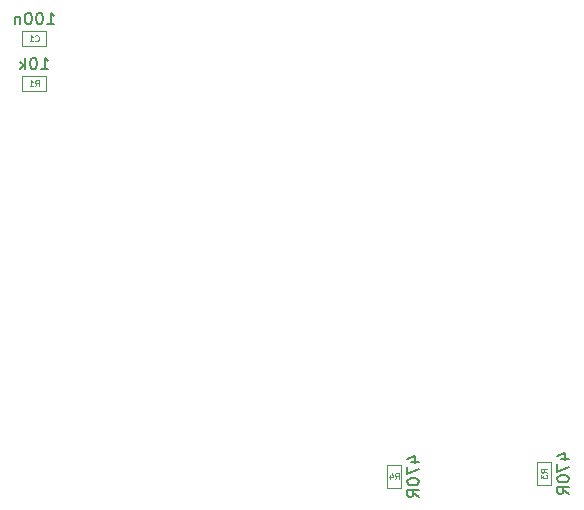
<source format=gbr>
%TF.GenerationSoftware,KiCad,Pcbnew,5.1.5-1.fc31*%
%TF.CreationDate,2020-04-02T16:35:23+02:00*%
%TF.ProjectId,avrisp-mkII-clone,61767269-7370-42d6-9d6b-49492d636c6f,1.0*%
%TF.SameCoordinates,PX54c81a0PY82ce540*%
%TF.FileFunction,Other,Fab,Bot*%
%FSLAX46Y46*%
G04 Gerber Fmt 4.6, Leading zero omitted, Abs format (unit mm)*
G04 Created by KiCad (PCBNEW 5.1.5-1.fc31) date 2020-04-02 16:35:23*
%MOMM*%
%LPD*%
G04 APERTURE LIST*
%ADD10C,0.100000*%
%ADD11C,0.150000*%
%ADD12C,0.080000*%
G04 APERTURE END LIST*
D10*
%TO.C,C1*%
X21320000Y48860000D02*
X19320000Y48860000D01*
X21320000Y47660000D02*
X21320000Y48860000D01*
X19320000Y47660000D02*
X21320000Y47660000D01*
X19320000Y48860000D02*
X19320000Y47660000D01*
%TO.C,R1*%
X19320000Y45050000D02*
X19320000Y43850000D01*
X19320000Y43850000D02*
X21320000Y43850000D01*
X21320000Y43850000D02*
X21320000Y45050000D01*
X21320000Y45050000D02*
X19320000Y45050000D01*
%TO.C,R3*%
X64100000Y10430000D02*
X64100000Y12430000D01*
X62900000Y10430000D02*
X64100000Y10430000D01*
X62900000Y12430000D02*
X62900000Y10430000D01*
X64100000Y12430000D02*
X62900000Y12430000D01*
%TO.C,R4*%
X51400000Y12185000D02*
X50200000Y12185000D01*
X50200000Y12185000D02*
X50200000Y10185000D01*
X50200000Y10185000D02*
X51400000Y10185000D01*
X51400000Y10185000D02*
X51400000Y12185000D01*
%TD*%
%TO.C,C1*%
D11*
X21439047Y49457620D02*
X22010476Y49457620D01*
X21724761Y49457620D02*
X21724761Y50457620D01*
X21819999Y50314762D01*
X21915238Y50219524D01*
X22010476Y50171905D01*
X20819999Y50457620D02*
X20724761Y50457620D01*
X20629523Y50410000D01*
X20581904Y50362381D01*
X20534285Y50267143D01*
X20486666Y50076667D01*
X20486666Y49838572D01*
X20534285Y49648096D01*
X20581904Y49552858D01*
X20629523Y49505239D01*
X20724761Y49457620D01*
X20819999Y49457620D01*
X20915238Y49505239D01*
X20962857Y49552858D01*
X21010476Y49648096D01*
X21058095Y49838572D01*
X21058095Y50076667D01*
X21010476Y50267143D01*
X20962857Y50362381D01*
X20915238Y50410000D01*
X20819999Y50457620D01*
X19867619Y50457620D02*
X19772380Y50457620D01*
X19677142Y50410000D01*
X19629523Y50362381D01*
X19581904Y50267143D01*
X19534285Y50076667D01*
X19534285Y49838572D01*
X19581904Y49648096D01*
X19629523Y49552858D01*
X19677142Y49505239D01*
X19772380Y49457620D01*
X19867619Y49457620D01*
X19962857Y49505239D01*
X20010476Y49552858D01*
X20058095Y49648096D01*
X20105714Y49838572D01*
X20105714Y50076667D01*
X20058095Y50267143D01*
X20010476Y50362381D01*
X19962857Y50410000D01*
X19867619Y50457620D01*
X19105714Y50124286D02*
X19105714Y49457620D01*
X19105714Y50029048D02*
X19058095Y50076667D01*
X18962857Y50124286D01*
X18819999Y50124286D01*
X18724761Y50076667D01*
X18677142Y49981429D01*
X18677142Y49457620D01*
D12*
X20403333Y48081429D02*
X20427142Y48057620D01*
X20498571Y48033810D01*
X20546190Y48033810D01*
X20617619Y48057620D01*
X20665238Y48105239D01*
X20689047Y48152858D01*
X20712857Y48248096D01*
X20712857Y48319524D01*
X20689047Y48414762D01*
X20665238Y48462381D01*
X20617619Y48510000D01*
X20546190Y48533810D01*
X20498571Y48533810D01*
X20427142Y48510000D01*
X20403333Y48486191D01*
X19927142Y48033810D02*
X20212857Y48033810D01*
X20070000Y48033810D02*
X20070000Y48533810D01*
X20117619Y48462381D01*
X20165238Y48414762D01*
X20212857Y48390953D01*
%TO.C,R1*%
D11*
X20915238Y45647620D02*
X21486666Y45647620D01*
X21200952Y45647620D02*
X21200952Y46647620D01*
X21296190Y46504762D01*
X21391428Y46409524D01*
X21486666Y46361905D01*
X20296190Y46647620D02*
X20200952Y46647620D01*
X20105714Y46600000D01*
X20058095Y46552381D01*
X20010476Y46457143D01*
X19962857Y46266667D01*
X19962857Y46028572D01*
X20010476Y45838096D01*
X20058095Y45742858D01*
X20105714Y45695239D01*
X20200952Y45647620D01*
X20296190Y45647620D01*
X20391428Y45695239D01*
X20439047Y45742858D01*
X20486666Y45838096D01*
X20534285Y46028572D01*
X20534285Y46266667D01*
X20486666Y46457143D01*
X20439047Y46552381D01*
X20391428Y46600000D01*
X20296190Y46647620D01*
X19534285Y45647620D02*
X19534285Y46647620D01*
X19439047Y46028572D02*
X19153333Y45647620D01*
X19153333Y46314286D02*
X19534285Y45933334D01*
D12*
X20403333Y44223810D02*
X20570000Y44461905D01*
X20689047Y44223810D02*
X20689047Y44723810D01*
X20498571Y44723810D01*
X20450952Y44700000D01*
X20427142Y44676191D01*
X20403333Y44628572D01*
X20403333Y44557143D01*
X20427142Y44509524D01*
X20450952Y44485715D01*
X20498571Y44461905D01*
X20689047Y44461905D01*
X19927142Y44223810D02*
X20212857Y44223810D01*
X20070000Y44223810D02*
X20070000Y44723810D01*
X20117619Y44652381D01*
X20165238Y44604762D01*
X20212857Y44580953D01*
%TO.C,R3*%
D11*
X64935714Y12691905D02*
X65602380Y12691905D01*
X64554761Y12930000D02*
X65269047Y13168096D01*
X65269047Y12549048D01*
X64602380Y12263334D02*
X64602380Y11596667D01*
X65602380Y12025239D01*
X64602380Y11025239D02*
X64602380Y10930000D01*
X64650000Y10834762D01*
X64697619Y10787143D01*
X64792857Y10739524D01*
X64983333Y10691905D01*
X65221428Y10691905D01*
X65411904Y10739524D01*
X65507142Y10787143D01*
X65554761Y10834762D01*
X65602380Y10930000D01*
X65602380Y11025239D01*
X65554761Y11120477D01*
X65507142Y11168096D01*
X65411904Y11215715D01*
X65221428Y11263334D01*
X64983333Y11263334D01*
X64792857Y11215715D01*
X64697619Y11168096D01*
X64650000Y11120477D01*
X64602380Y11025239D01*
X65602380Y9691905D02*
X65126190Y10025239D01*
X65602380Y10263334D02*
X64602380Y10263334D01*
X64602380Y9882381D01*
X64650000Y9787143D01*
X64697619Y9739524D01*
X64792857Y9691905D01*
X64935714Y9691905D01*
X65030952Y9739524D01*
X65078571Y9787143D01*
X65126190Y9882381D01*
X65126190Y10263334D01*
D12*
X63726190Y11513334D02*
X63488095Y11680000D01*
X63726190Y11799048D02*
X63226190Y11799048D01*
X63226190Y11608572D01*
X63250000Y11560953D01*
X63273809Y11537143D01*
X63321428Y11513334D01*
X63392857Y11513334D01*
X63440476Y11537143D01*
X63464285Y11560953D01*
X63488095Y11608572D01*
X63488095Y11799048D01*
X63226190Y11346667D02*
X63226190Y11037143D01*
X63416666Y11203810D01*
X63416666Y11132381D01*
X63440476Y11084762D01*
X63464285Y11060953D01*
X63511904Y11037143D01*
X63630952Y11037143D01*
X63678571Y11060953D01*
X63702380Y11084762D01*
X63726190Y11132381D01*
X63726190Y11275239D01*
X63702380Y11322858D01*
X63678571Y11346667D01*
%TO.C,R4*%
D11*
X52235714Y12446905D02*
X52902380Y12446905D01*
X51854761Y12685000D02*
X52569047Y12923096D01*
X52569047Y12304048D01*
X51902380Y12018334D02*
X51902380Y11351667D01*
X52902380Y11780239D01*
X51902380Y10780239D02*
X51902380Y10685000D01*
X51950000Y10589762D01*
X51997619Y10542143D01*
X52092857Y10494524D01*
X52283333Y10446905D01*
X52521428Y10446905D01*
X52711904Y10494524D01*
X52807142Y10542143D01*
X52854761Y10589762D01*
X52902380Y10685000D01*
X52902380Y10780239D01*
X52854761Y10875477D01*
X52807142Y10923096D01*
X52711904Y10970715D01*
X52521428Y11018334D01*
X52283333Y11018334D01*
X52092857Y10970715D01*
X51997619Y10923096D01*
X51950000Y10875477D01*
X51902380Y10780239D01*
X52902380Y9446905D02*
X52426190Y9780239D01*
X52902380Y10018334D02*
X51902380Y10018334D01*
X51902380Y9637381D01*
X51950000Y9542143D01*
X51997619Y9494524D01*
X52092857Y9446905D01*
X52235714Y9446905D01*
X52330952Y9494524D01*
X52378571Y9542143D01*
X52426190Y9637381D01*
X52426190Y10018334D01*
D12*
X50883333Y10958810D02*
X51050000Y11196905D01*
X51169047Y10958810D02*
X51169047Y11458810D01*
X50978571Y11458810D01*
X50930952Y11435000D01*
X50907142Y11411191D01*
X50883333Y11363572D01*
X50883333Y11292143D01*
X50907142Y11244524D01*
X50930952Y11220715D01*
X50978571Y11196905D01*
X51169047Y11196905D01*
X50454761Y11292143D02*
X50454761Y10958810D01*
X50573809Y11482620D02*
X50692857Y11125477D01*
X50383333Y11125477D01*
%TD*%
M02*

</source>
